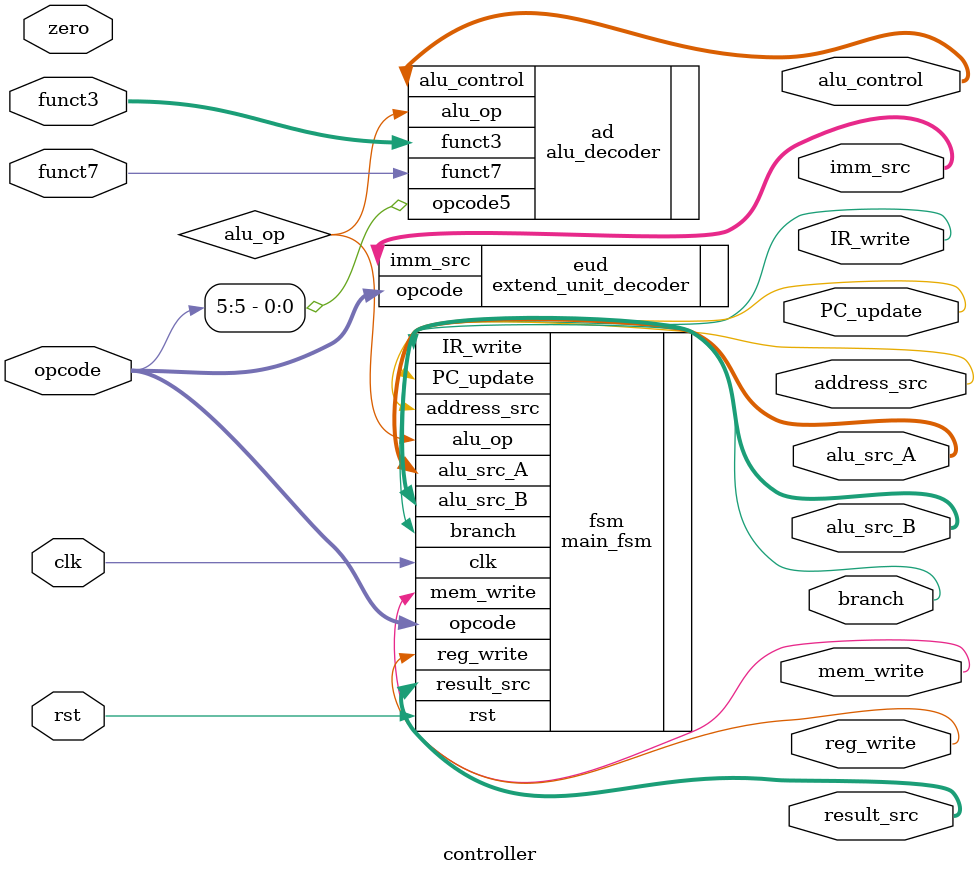
<source format=v>
`timescale 1ns / 1ps


module controller(
    input clk, rst,
    input zero, funct7,
    input [6:0] opcode,
    input [2:0] funct3,
    output branch, PC_update, reg_write, mem_write, IR_write, 
    output address_src,
    output [1:0] result_src, alu_src_B, alu_src_A, imm_src,
    output [2:0] alu_control
    );
    
    main_fsm fsm(.clk(clk),.rst(rst),.opcode(opcode),.branch(branch),.PC_update(PC_update),.reg_write(reg_write),.mem_write(mem_write),.IR_write(IR_write),.address_src(address_src),.result_src(result_src),.alu_src_B(alu_src_B),.alu_src_A(alu_src_A),.alu_op(alu_op));
    extend_unit_decoder eud(.opcode(opcode),.imm_src(imm_src));
    alu_decoder ad(.alu_op(alu_op),.funct3(funct3),.funct7(funct7),.opcode5(opcode[5]),.alu_control(alu_control));
    
endmodule

</source>
